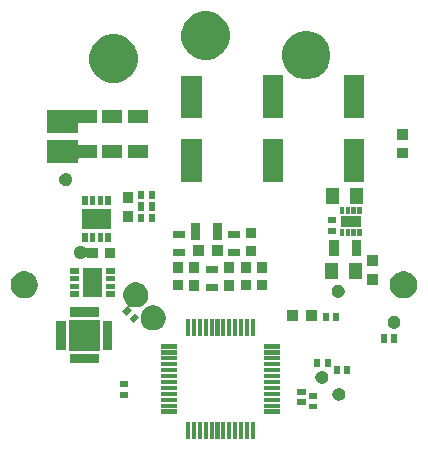
<source format=gts>
G04 #@! TF.GenerationSoftware,KiCad,Pcbnew,(5.1.5)-3*
G04 #@! TF.CreationDate,2020-04-05T02:52:48-02:30*
G04 #@! TF.ProjectId,Thruster_Controller,54687275-7374-4657-925f-436f6e74726f,rev?*
G04 #@! TF.SameCoordinates,Original*
G04 #@! TF.FileFunction,Soldermask,Top*
G04 #@! TF.FilePolarity,Negative*
%FSLAX46Y46*%
G04 Gerber Fmt 4.6, Leading zero omitted, Abs format (unit mm)*
G04 Created by KiCad (PCBNEW (5.1.5)-3) date 2020-04-05 02:52:48*
%MOMM*%
%LPD*%
G04 APERTURE LIST*
%ADD10C,0.100000*%
G04 APERTURE END LIST*
D10*
G36*
X97426000Y-117526000D02*
G01*
X97074000Y-117526000D01*
X97074000Y-116124000D01*
X97426000Y-116124000D01*
X97426000Y-117526000D01*
G37*
G36*
X102426000Y-117526000D02*
G01*
X102074000Y-117526000D01*
X102074000Y-116124000D01*
X102426000Y-116124000D01*
X102426000Y-117526000D01*
G37*
G36*
X102926000Y-117526000D02*
G01*
X102574000Y-117526000D01*
X102574000Y-116124000D01*
X102926000Y-116124000D01*
X102926000Y-117526000D01*
G37*
G36*
X101926000Y-117526000D02*
G01*
X101574000Y-117526000D01*
X101574000Y-116124000D01*
X101926000Y-116124000D01*
X101926000Y-117526000D01*
G37*
G36*
X101426000Y-117526000D02*
G01*
X101074000Y-117526000D01*
X101074000Y-116124000D01*
X101426000Y-116124000D01*
X101426000Y-117526000D01*
G37*
G36*
X100926000Y-117526000D02*
G01*
X100574000Y-117526000D01*
X100574000Y-116124000D01*
X100926000Y-116124000D01*
X100926000Y-117526000D01*
G37*
G36*
X100426000Y-117526000D02*
G01*
X100074000Y-117526000D01*
X100074000Y-116124000D01*
X100426000Y-116124000D01*
X100426000Y-117526000D01*
G37*
G36*
X99426000Y-117526000D02*
G01*
X99074000Y-117526000D01*
X99074000Y-116124000D01*
X99426000Y-116124000D01*
X99426000Y-117526000D01*
G37*
G36*
X99926000Y-117526000D02*
G01*
X99574000Y-117526000D01*
X99574000Y-116124000D01*
X99926000Y-116124000D01*
X99926000Y-117526000D01*
G37*
G36*
X97926000Y-117526000D02*
G01*
X97574000Y-117526000D01*
X97574000Y-116124000D01*
X97926000Y-116124000D01*
X97926000Y-117526000D01*
G37*
G36*
X98926000Y-117526000D02*
G01*
X98574000Y-117526000D01*
X98574000Y-116124000D01*
X98926000Y-116124000D01*
X98926000Y-117526000D01*
G37*
G36*
X98426000Y-117526000D02*
G01*
X98074000Y-117526000D01*
X98074000Y-116124000D01*
X98426000Y-116124000D01*
X98426000Y-117526000D01*
G37*
G36*
X96351000Y-115401000D02*
G01*
X94949000Y-115401000D01*
X94949000Y-115049000D01*
X96351000Y-115049000D01*
X96351000Y-115401000D01*
G37*
G36*
X105051000Y-115401000D02*
G01*
X103649000Y-115401000D01*
X103649000Y-115049000D01*
X105051000Y-115049000D01*
X105051000Y-115401000D01*
G37*
G36*
X108201000Y-115051000D02*
G01*
X107499000Y-115051000D01*
X107499000Y-114549000D01*
X108201000Y-114549000D01*
X108201000Y-115051000D01*
G37*
G36*
X96351000Y-114901000D02*
G01*
X94949000Y-114901000D01*
X94949000Y-114549000D01*
X96351000Y-114549000D01*
X96351000Y-114901000D01*
G37*
G36*
X105051000Y-114901000D02*
G01*
X103649000Y-114901000D01*
X103649000Y-114549000D01*
X105051000Y-114549000D01*
X105051000Y-114901000D01*
G37*
G36*
X107226000Y-114701000D02*
G01*
X106524000Y-114701000D01*
X106524000Y-114199000D01*
X107226000Y-114199000D01*
X107226000Y-114701000D01*
G37*
G36*
X96351000Y-114401000D02*
G01*
X94949000Y-114401000D01*
X94949000Y-114049000D01*
X96351000Y-114049000D01*
X96351000Y-114401000D01*
G37*
G36*
X105051000Y-114401000D02*
G01*
X103649000Y-114401000D01*
X103649000Y-114049000D01*
X105051000Y-114049000D01*
X105051000Y-114401000D01*
G37*
G36*
X110183694Y-113237191D02*
G01*
X110283114Y-113278372D01*
X110372590Y-113338158D01*
X110448683Y-113414251D01*
X110508469Y-113503727D01*
X110549650Y-113603147D01*
X110570644Y-113708691D01*
X110570644Y-113816303D01*
X110549650Y-113921847D01*
X110508469Y-114021267D01*
X110448683Y-114110743D01*
X110372590Y-114186836D01*
X110283114Y-114246622D01*
X110183694Y-114287803D01*
X110078150Y-114308797D01*
X109970538Y-114308797D01*
X109864994Y-114287803D01*
X109765574Y-114246622D01*
X109676098Y-114186836D01*
X109600005Y-114110743D01*
X109540219Y-114021267D01*
X109499038Y-113921847D01*
X109478044Y-113816303D01*
X109478044Y-113708691D01*
X109499038Y-113603147D01*
X109540219Y-113503727D01*
X109600005Y-113414251D01*
X109676098Y-113338158D01*
X109765574Y-113278372D01*
X109864994Y-113237191D01*
X109970538Y-113216197D01*
X110078150Y-113216197D01*
X110183694Y-113237191D01*
G37*
G36*
X108201000Y-114151000D02*
G01*
X107499000Y-114151000D01*
X107499000Y-113649000D01*
X108201000Y-113649000D01*
X108201000Y-114151000D01*
G37*
G36*
X92176000Y-114076000D02*
G01*
X91474000Y-114076000D01*
X91474000Y-113574000D01*
X92176000Y-113574000D01*
X92176000Y-114076000D01*
G37*
G36*
X96351000Y-113901000D02*
G01*
X94949000Y-113901000D01*
X94949000Y-113549000D01*
X96351000Y-113549000D01*
X96351000Y-113901000D01*
G37*
G36*
X105051000Y-113901000D02*
G01*
X103649000Y-113901000D01*
X103649000Y-113549000D01*
X105051000Y-113549000D01*
X105051000Y-113901000D01*
G37*
G36*
X107226000Y-113801000D02*
G01*
X106524000Y-113801000D01*
X106524000Y-113299000D01*
X107226000Y-113299000D01*
X107226000Y-113801000D01*
G37*
G36*
X96351000Y-113401000D02*
G01*
X94949000Y-113401000D01*
X94949000Y-113049000D01*
X96351000Y-113049000D01*
X96351000Y-113401000D01*
G37*
G36*
X105051000Y-113401000D02*
G01*
X103649000Y-113401000D01*
X103649000Y-113049000D01*
X105051000Y-113049000D01*
X105051000Y-113401000D01*
G37*
G36*
X92176000Y-113176000D02*
G01*
X91474000Y-113176000D01*
X91474000Y-112674000D01*
X92176000Y-112674000D01*
X92176000Y-113176000D01*
G37*
G36*
X96351000Y-112901000D02*
G01*
X94949000Y-112901000D01*
X94949000Y-112549000D01*
X96351000Y-112549000D01*
X96351000Y-112901000D01*
G37*
G36*
X105051000Y-112901000D02*
G01*
X103649000Y-112901000D01*
X103649000Y-112549000D01*
X105051000Y-112549000D01*
X105051000Y-112901000D01*
G37*
G36*
X108746853Y-111800350D02*
G01*
X108846273Y-111841531D01*
X108935749Y-111901317D01*
X109011842Y-111977410D01*
X109071628Y-112066886D01*
X109112809Y-112166306D01*
X109133803Y-112271850D01*
X109133803Y-112379462D01*
X109112809Y-112485006D01*
X109071628Y-112584426D01*
X109011842Y-112673902D01*
X108935749Y-112749995D01*
X108846273Y-112809781D01*
X108746853Y-112850962D01*
X108641309Y-112871956D01*
X108533697Y-112871956D01*
X108428153Y-112850962D01*
X108328733Y-112809781D01*
X108239257Y-112749995D01*
X108163164Y-112673902D01*
X108103378Y-112584426D01*
X108062197Y-112485006D01*
X108041203Y-112379462D01*
X108041203Y-112271850D01*
X108062197Y-112166306D01*
X108103378Y-112066886D01*
X108163164Y-111977410D01*
X108239257Y-111901317D01*
X108328733Y-111841531D01*
X108428153Y-111800350D01*
X108533697Y-111779356D01*
X108641309Y-111779356D01*
X108746853Y-111800350D01*
G37*
G36*
X105051000Y-112401000D02*
G01*
X103649000Y-112401000D01*
X103649000Y-112049000D01*
X105051000Y-112049000D01*
X105051000Y-112401000D01*
G37*
G36*
X96351000Y-112401000D02*
G01*
X94949000Y-112401000D01*
X94949000Y-112049000D01*
X96351000Y-112049000D01*
X96351000Y-112401000D01*
G37*
G36*
X111001000Y-112051000D02*
G01*
X110499000Y-112051000D01*
X110499000Y-111349000D01*
X111001000Y-111349000D01*
X111001000Y-112051000D01*
G37*
G36*
X110101000Y-112051000D02*
G01*
X109599000Y-112051000D01*
X109599000Y-111349000D01*
X110101000Y-111349000D01*
X110101000Y-112051000D01*
G37*
G36*
X96351000Y-111901000D02*
G01*
X94949000Y-111901000D01*
X94949000Y-111549000D01*
X96351000Y-111549000D01*
X96351000Y-111901000D01*
G37*
G36*
X105051000Y-111901000D02*
G01*
X103649000Y-111901000D01*
X103649000Y-111549000D01*
X105051000Y-111549000D01*
X105051000Y-111901000D01*
G37*
G36*
X109326000Y-111476000D02*
G01*
X108824000Y-111476000D01*
X108824000Y-110774000D01*
X109326000Y-110774000D01*
X109326000Y-111476000D01*
G37*
G36*
X108426000Y-111476000D02*
G01*
X107924000Y-111476000D01*
X107924000Y-110774000D01*
X108426000Y-110774000D01*
X108426000Y-111476000D01*
G37*
G36*
X105051000Y-111401000D02*
G01*
X103649000Y-111401000D01*
X103649000Y-111049000D01*
X105051000Y-111049000D01*
X105051000Y-111401000D01*
G37*
G36*
X96351000Y-111401000D02*
G01*
X94949000Y-111401000D01*
X94949000Y-111049000D01*
X96351000Y-111049000D01*
X96351000Y-111401000D01*
G37*
G36*
X89676000Y-111156000D02*
G01*
X87274000Y-111156000D01*
X87274000Y-110324000D01*
X89676000Y-110324000D01*
X89676000Y-111156000D01*
G37*
G36*
X96351000Y-110901000D02*
G01*
X94949000Y-110901000D01*
X94949000Y-110549000D01*
X96351000Y-110549000D01*
X96351000Y-110901000D01*
G37*
G36*
X105051000Y-110901000D02*
G01*
X103649000Y-110901000D01*
X103649000Y-110549000D01*
X105051000Y-110549000D01*
X105051000Y-110901000D01*
G37*
G36*
X96351000Y-110401000D02*
G01*
X94949000Y-110401000D01*
X94949000Y-110049000D01*
X96351000Y-110049000D01*
X96351000Y-110401000D01*
G37*
G36*
X105051000Y-110401000D02*
G01*
X103649000Y-110401000D01*
X103649000Y-110049000D01*
X105051000Y-110049000D01*
X105051000Y-110401000D01*
G37*
G36*
X89776000Y-110076000D02*
G01*
X87174000Y-110076000D01*
X87174000Y-107474000D01*
X89776000Y-107474000D01*
X89776000Y-110076000D01*
G37*
G36*
X86926000Y-109976000D02*
G01*
X86094000Y-109976000D01*
X86094000Y-107574000D01*
X86926000Y-107574000D01*
X86926000Y-109976000D01*
G37*
G36*
X90856000Y-109976000D02*
G01*
X90024000Y-109976000D01*
X90024000Y-107574000D01*
X90856000Y-107574000D01*
X90856000Y-109976000D01*
G37*
G36*
X96351000Y-109901000D02*
G01*
X94949000Y-109901000D01*
X94949000Y-109549000D01*
X96351000Y-109549000D01*
X96351000Y-109901000D01*
G37*
G36*
X105051000Y-109901000D02*
G01*
X103649000Y-109901000D01*
X103649000Y-109549000D01*
X105051000Y-109549000D01*
X105051000Y-109901000D01*
G37*
G36*
X114076000Y-109401000D02*
G01*
X113574000Y-109401000D01*
X113574000Y-108699000D01*
X114076000Y-108699000D01*
X114076000Y-109401000D01*
G37*
G36*
X114976000Y-109401000D02*
G01*
X114474000Y-109401000D01*
X114474000Y-108699000D01*
X114976000Y-108699000D01*
X114976000Y-109401000D01*
G37*
G36*
X102926000Y-108826000D02*
G01*
X102574000Y-108826000D01*
X102574000Y-107424000D01*
X102926000Y-107424000D01*
X102926000Y-108826000D01*
G37*
G36*
X102426000Y-108826000D02*
G01*
X102074000Y-108826000D01*
X102074000Y-107424000D01*
X102426000Y-107424000D01*
X102426000Y-108826000D01*
G37*
G36*
X98426000Y-108826000D02*
G01*
X98074000Y-108826000D01*
X98074000Y-107424000D01*
X98426000Y-107424000D01*
X98426000Y-108826000D01*
G37*
G36*
X97926000Y-108826000D02*
G01*
X97574000Y-108826000D01*
X97574000Y-107424000D01*
X97926000Y-107424000D01*
X97926000Y-108826000D01*
G37*
G36*
X97426000Y-108826000D02*
G01*
X97074000Y-108826000D01*
X97074000Y-107424000D01*
X97426000Y-107424000D01*
X97426000Y-108826000D01*
G37*
G36*
X99426000Y-108826000D02*
G01*
X99074000Y-108826000D01*
X99074000Y-107424000D01*
X99426000Y-107424000D01*
X99426000Y-108826000D01*
G37*
G36*
X99926000Y-108826000D02*
G01*
X99574000Y-108826000D01*
X99574000Y-107424000D01*
X99926000Y-107424000D01*
X99926000Y-108826000D01*
G37*
G36*
X98926000Y-108826000D02*
G01*
X98574000Y-108826000D01*
X98574000Y-107424000D01*
X98926000Y-107424000D01*
X98926000Y-108826000D01*
G37*
G36*
X100426000Y-108826000D02*
G01*
X100074000Y-108826000D01*
X100074000Y-107424000D01*
X100426000Y-107424000D01*
X100426000Y-108826000D01*
G37*
G36*
X100926000Y-108826000D02*
G01*
X100574000Y-108826000D01*
X100574000Y-107424000D01*
X100926000Y-107424000D01*
X100926000Y-108826000D01*
G37*
G36*
X101426000Y-108826000D02*
G01*
X101074000Y-108826000D01*
X101074000Y-107424000D01*
X101426000Y-107424000D01*
X101426000Y-108826000D01*
G37*
G36*
X101926000Y-108826000D02*
G01*
X101574000Y-108826000D01*
X101574000Y-107424000D01*
X101926000Y-107424000D01*
X101926000Y-108826000D01*
G37*
G36*
X94606563Y-106289389D02*
G01*
X94606566Y-106289390D01*
X94606565Y-106289390D01*
X94797835Y-106368616D01*
X94969973Y-106483635D01*
X95116365Y-106630027D01*
X95231384Y-106802165D01*
X95268810Y-106892520D01*
X95310611Y-106993437D01*
X95351000Y-107196484D01*
X95351000Y-107403516D01*
X95310611Y-107606563D01*
X95310610Y-107606565D01*
X95231384Y-107797835D01*
X95116365Y-107969973D01*
X94969973Y-108116365D01*
X94797835Y-108231384D01*
X94639381Y-108297017D01*
X94606563Y-108310611D01*
X94403516Y-108351000D01*
X94196484Y-108351000D01*
X93993437Y-108310611D01*
X93960619Y-108297017D01*
X93802165Y-108231384D01*
X93630027Y-108116365D01*
X93483635Y-107969973D01*
X93368616Y-107797835D01*
X93289390Y-107606565D01*
X93289389Y-107606563D01*
X93249000Y-107403516D01*
X93249000Y-107263072D01*
X93248039Y-107253318D01*
X93246270Y-107247487D01*
X93248039Y-107241656D01*
X93249000Y-107231902D01*
X93249000Y-107196484D01*
X93289389Y-106993437D01*
X93331190Y-106892520D01*
X93368616Y-106802165D01*
X93483635Y-106630027D01*
X93630027Y-106483635D01*
X93802165Y-106368616D01*
X93993435Y-106289390D01*
X93993434Y-106289390D01*
X93993437Y-106289389D01*
X94196484Y-106249000D01*
X94403516Y-106249000D01*
X94606563Y-106289389D01*
G37*
G36*
X114853427Y-107130617D02*
G01*
X114952847Y-107171798D01*
X115042323Y-107231584D01*
X115118416Y-107307677D01*
X115178202Y-107397153D01*
X115219383Y-107496573D01*
X115240377Y-107602117D01*
X115240377Y-107709729D01*
X115219383Y-107815273D01*
X115178202Y-107914693D01*
X115118416Y-108004169D01*
X115042323Y-108080262D01*
X114952847Y-108140048D01*
X114853427Y-108181229D01*
X114747883Y-108202223D01*
X114640271Y-108202223D01*
X114534727Y-108181229D01*
X114435307Y-108140048D01*
X114345831Y-108080262D01*
X114269738Y-108004169D01*
X114209952Y-107914693D01*
X114168771Y-107815273D01*
X114147777Y-107709729D01*
X114147777Y-107602117D01*
X114168771Y-107496573D01*
X114209952Y-107397153D01*
X114269738Y-107307677D01*
X114345831Y-107231584D01*
X114435307Y-107171798D01*
X114534727Y-107130617D01*
X114640271Y-107109623D01*
X114747883Y-107109623D01*
X114853427Y-107130617D01*
G37*
G36*
X93143876Y-107247487D02*
G01*
X92647487Y-107743876D01*
X92292520Y-107388909D01*
X92788909Y-106892520D01*
X93143876Y-107247487D01*
G37*
G36*
X110051000Y-107601000D02*
G01*
X109549000Y-107601000D01*
X109549000Y-106899000D01*
X110051000Y-106899000D01*
X110051000Y-107601000D01*
G37*
G36*
X109151000Y-107601000D02*
G01*
X108649000Y-107601000D01*
X108649000Y-106899000D01*
X109151000Y-106899000D01*
X109151000Y-107601000D01*
G37*
G36*
X106576000Y-107526000D02*
G01*
X105674000Y-107526000D01*
X105674000Y-106624000D01*
X106576000Y-106624000D01*
X106576000Y-107526000D01*
G37*
G36*
X108176000Y-107526000D02*
G01*
X107274000Y-107526000D01*
X107274000Y-106624000D01*
X108176000Y-106624000D01*
X108176000Y-107526000D01*
G37*
G36*
X89676000Y-107226000D02*
G01*
X87274000Y-107226000D01*
X87274000Y-106394000D01*
X89676000Y-106394000D01*
X89676000Y-107226000D01*
G37*
G36*
X93131563Y-104339389D02*
G01*
X93131566Y-104339390D01*
X93131565Y-104339390D01*
X93322835Y-104418616D01*
X93494973Y-104533635D01*
X93641365Y-104680027D01*
X93756384Y-104852165D01*
X93807678Y-104976000D01*
X93835611Y-105043437D01*
X93876000Y-105246484D01*
X93876000Y-105453516D01*
X93835611Y-105656563D01*
X93835610Y-105656565D01*
X93756384Y-105847835D01*
X93641365Y-106019973D01*
X93494973Y-106166365D01*
X93322835Y-106281384D01*
X93182481Y-106339520D01*
X93131563Y-106360611D01*
X92928516Y-106401000D01*
X92721484Y-106401000D01*
X92518437Y-106360611D01*
X92467519Y-106339520D01*
X92327165Y-106281384D01*
X92299036Y-106262589D01*
X92290397Y-106257972D01*
X92281018Y-106255127D01*
X92271264Y-106254166D01*
X92261509Y-106255127D01*
X92252130Y-106257972D01*
X92243486Y-106262593D01*
X92235909Y-106268811D01*
X92229691Y-106276387D01*
X92225071Y-106285032D01*
X92222226Y-106294411D01*
X92221265Y-106304165D01*
X92222226Y-106313920D01*
X92225071Y-106323299D01*
X92229692Y-106331943D01*
X92235909Y-106339520D01*
X92507480Y-106611091D01*
X92011091Y-107107480D01*
X91656124Y-106752513D01*
X92164246Y-106244391D01*
X92170464Y-106236814D01*
X92175084Y-106228170D01*
X92177929Y-106218790D01*
X92178890Y-106209036D01*
X92177929Y-106199282D01*
X92175084Y-106189902D01*
X92170464Y-106181258D01*
X92164246Y-106173681D01*
X92156672Y-106167466D01*
X92155032Y-106166370D01*
X92008635Y-106019973D01*
X91893616Y-105847835D01*
X91814390Y-105656565D01*
X91814389Y-105656563D01*
X91774000Y-105453516D01*
X91774000Y-105246484D01*
X91814389Y-105043437D01*
X91842322Y-104976000D01*
X91893616Y-104852165D01*
X92008635Y-104680027D01*
X92155027Y-104533635D01*
X92327165Y-104418616D01*
X92518435Y-104339390D01*
X92518434Y-104339390D01*
X92518437Y-104339389D01*
X92721484Y-104299000D01*
X92928516Y-104299000D01*
X93131563Y-104339389D01*
G37*
G36*
X115687487Y-103363744D02*
G01*
X115835734Y-103393232D01*
X116045203Y-103479997D01*
X116233720Y-103605960D01*
X116394040Y-103766280D01*
X116520003Y-103954797D01*
X116606768Y-104164266D01*
X116651000Y-104386636D01*
X116651000Y-104613364D01*
X116606768Y-104835734D01*
X116520003Y-105045203D01*
X116394040Y-105233720D01*
X116233720Y-105394040D01*
X116045203Y-105520003D01*
X115835734Y-105606768D01*
X115687487Y-105636256D01*
X115613365Y-105651000D01*
X115386635Y-105651000D01*
X115312513Y-105636256D01*
X115164266Y-105606768D01*
X114954797Y-105520003D01*
X114766280Y-105394040D01*
X114605960Y-105233720D01*
X114479997Y-105045203D01*
X114393232Y-104835734D01*
X114349000Y-104613364D01*
X114349000Y-104386636D01*
X114393232Y-104164266D01*
X114479997Y-103954797D01*
X114605960Y-103766280D01*
X114766280Y-103605960D01*
X114954797Y-103479997D01*
X115164266Y-103393232D01*
X115312513Y-103363744D01*
X115386635Y-103349000D01*
X115613365Y-103349000D01*
X115687487Y-103363744D01*
G37*
G36*
X83587487Y-103363744D02*
G01*
X83735734Y-103393232D01*
X83945203Y-103479997D01*
X84133720Y-103605960D01*
X84294040Y-103766280D01*
X84420003Y-103954797D01*
X84506768Y-104164266D01*
X84551000Y-104386636D01*
X84551000Y-104613364D01*
X84506768Y-104835734D01*
X84420003Y-105045203D01*
X84294040Y-105233720D01*
X84133720Y-105394040D01*
X83945203Y-105520003D01*
X83735734Y-105606768D01*
X83587487Y-105636256D01*
X83513365Y-105651000D01*
X83286635Y-105651000D01*
X83212513Y-105636256D01*
X83064266Y-105606768D01*
X82854797Y-105520003D01*
X82666280Y-105394040D01*
X82505960Y-105233720D01*
X82379997Y-105045203D01*
X82293232Y-104835734D01*
X82249000Y-104613364D01*
X82249000Y-104386636D01*
X82293232Y-104164266D01*
X82379997Y-103954797D01*
X82505960Y-103766280D01*
X82666280Y-103605960D01*
X82854797Y-103479997D01*
X83064266Y-103393232D01*
X83212513Y-103363744D01*
X83286635Y-103349000D01*
X83513365Y-103349000D01*
X83587487Y-103363744D01*
G37*
G36*
X110120719Y-104510174D02*
G01*
X110120722Y-104510175D01*
X110120721Y-104510175D01*
X110220996Y-104551710D01*
X110311242Y-104612010D01*
X110387990Y-104688758D01*
X110448290Y-104779004D01*
X110448290Y-104779005D01*
X110489826Y-104879281D01*
X110511000Y-104985730D01*
X110511000Y-105094270D01*
X110489826Y-105200719D01*
X110489825Y-105200721D01*
X110448290Y-105300996D01*
X110387990Y-105391242D01*
X110311242Y-105467990D01*
X110220996Y-105528290D01*
X110166169Y-105551000D01*
X110120719Y-105569826D01*
X110014270Y-105591000D01*
X109905730Y-105591000D01*
X109799281Y-105569826D01*
X109753831Y-105551000D01*
X109699004Y-105528290D01*
X109608758Y-105467990D01*
X109532010Y-105391242D01*
X109471710Y-105300996D01*
X109430175Y-105200721D01*
X109430174Y-105200719D01*
X109409000Y-105094270D01*
X109409000Y-104985730D01*
X109430174Y-104879281D01*
X109471710Y-104779005D01*
X109471710Y-104779004D01*
X109532010Y-104688758D01*
X109608758Y-104612010D01*
X109699004Y-104551710D01*
X109799279Y-104510175D01*
X109799278Y-104510175D01*
X109799281Y-104510174D01*
X109905730Y-104489000D01*
X110014270Y-104489000D01*
X110120719Y-104510174D01*
G37*
G36*
X90001000Y-105551000D02*
G01*
X88349000Y-105551000D01*
X88349000Y-103049000D01*
X90001000Y-103049000D01*
X90001000Y-105551000D01*
G37*
G36*
X88001000Y-105501000D02*
G01*
X87249000Y-105501000D01*
X87249000Y-105049000D01*
X88001000Y-105049000D01*
X88001000Y-105501000D01*
G37*
G36*
X91101000Y-105501000D02*
G01*
X90349000Y-105501000D01*
X90349000Y-105049000D01*
X91101000Y-105049000D01*
X91101000Y-105501000D01*
G37*
G36*
X99751000Y-104991000D02*
G01*
X98749000Y-104991000D01*
X98749000Y-104389000D01*
X99751000Y-104389000D01*
X99751000Y-104991000D01*
G37*
G36*
X101186000Y-104991000D02*
G01*
X100334000Y-104991000D01*
X100334000Y-104089000D01*
X101186000Y-104089000D01*
X101186000Y-104991000D01*
G37*
G36*
X98196000Y-104981000D02*
G01*
X97344000Y-104981000D01*
X97344000Y-104079000D01*
X98196000Y-104079000D01*
X98196000Y-104981000D01*
G37*
G36*
X103976000Y-104976000D02*
G01*
X103124000Y-104976000D01*
X103124000Y-104074000D01*
X103976000Y-104074000D01*
X103976000Y-104976000D01*
G37*
G36*
X102576000Y-104976000D02*
G01*
X101724000Y-104976000D01*
X101724000Y-104074000D01*
X102576000Y-104074000D01*
X102576000Y-104976000D01*
G37*
G36*
X96801000Y-104976000D02*
G01*
X95949000Y-104976000D01*
X95949000Y-104074000D01*
X96801000Y-104074000D01*
X96801000Y-104976000D01*
G37*
G36*
X88001000Y-104851000D02*
G01*
X87249000Y-104851000D01*
X87249000Y-104399000D01*
X88001000Y-104399000D01*
X88001000Y-104851000D01*
G37*
G36*
X91101000Y-104851000D02*
G01*
X90349000Y-104851000D01*
X90349000Y-104399000D01*
X91101000Y-104399000D01*
X91101000Y-104851000D01*
G37*
G36*
X113351000Y-104501000D02*
G01*
X112449000Y-104501000D01*
X112449000Y-103599000D01*
X113351000Y-103599000D01*
X113351000Y-104501000D01*
G37*
G36*
X91101000Y-104201000D02*
G01*
X90349000Y-104201000D01*
X90349000Y-103749000D01*
X91101000Y-103749000D01*
X91101000Y-104201000D01*
G37*
G36*
X88001000Y-104201000D02*
G01*
X87249000Y-104201000D01*
X87249000Y-103749000D01*
X88001000Y-103749000D01*
X88001000Y-104201000D01*
G37*
G36*
X109951000Y-104006000D02*
G01*
X108849000Y-104006000D01*
X108849000Y-102654000D01*
X109951000Y-102654000D01*
X109951000Y-104006000D01*
G37*
G36*
X111951000Y-104006000D02*
G01*
X110849000Y-104006000D01*
X110849000Y-102654000D01*
X111951000Y-102654000D01*
X111951000Y-104006000D01*
G37*
G36*
X91101000Y-103551000D02*
G01*
X90349000Y-103551000D01*
X90349000Y-103099000D01*
X91101000Y-103099000D01*
X91101000Y-103551000D01*
G37*
G36*
X88001000Y-103551000D02*
G01*
X87249000Y-103551000D01*
X87249000Y-103099000D01*
X88001000Y-103099000D01*
X88001000Y-103551000D01*
G37*
G36*
X99751000Y-103491000D02*
G01*
X98749000Y-103491000D01*
X98749000Y-102889000D01*
X99751000Y-102889000D01*
X99751000Y-103491000D01*
G37*
G36*
X101186000Y-103491000D02*
G01*
X100334000Y-103491000D01*
X100334000Y-102589000D01*
X101186000Y-102589000D01*
X101186000Y-103491000D01*
G37*
G36*
X98196000Y-103481000D02*
G01*
X97344000Y-103481000D01*
X97344000Y-102579000D01*
X98196000Y-102579000D01*
X98196000Y-103481000D01*
G37*
G36*
X103976000Y-103476000D02*
G01*
X103124000Y-103476000D01*
X103124000Y-102574000D01*
X103976000Y-102574000D01*
X103976000Y-103476000D01*
G37*
G36*
X102576000Y-103476000D02*
G01*
X101724000Y-103476000D01*
X101724000Y-102574000D01*
X102576000Y-102574000D01*
X102576000Y-103476000D01*
G37*
G36*
X96801000Y-103476000D02*
G01*
X95949000Y-103476000D01*
X95949000Y-102574000D01*
X96801000Y-102574000D01*
X96801000Y-103476000D01*
G37*
G36*
X113351000Y-102901000D02*
G01*
X112449000Y-102901000D01*
X112449000Y-101999000D01*
X113351000Y-101999000D01*
X113351000Y-102901000D01*
G37*
G36*
X88310719Y-101220174D02*
G01*
X88310722Y-101220175D01*
X88310721Y-101220175D01*
X88410996Y-101261710D01*
X88501242Y-101322010D01*
X88577990Y-101398758D01*
X88607428Y-101442816D01*
X88613646Y-101450393D01*
X88621223Y-101456611D01*
X88629867Y-101461231D01*
X88639247Y-101464076D01*
X88649001Y-101465037D01*
X88658755Y-101464076D01*
X88668135Y-101461231D01*
X88676779Y-101456611D01*
X88684356Y-101450393D01*
X88690574Y-101442816D01*
X88695194Y-101434172D01*
X88698039Y-101424792D01*
X88699000Y-101415038D01*
X88699000Y-101349000D01*
X89601000Y-101349000D01*
X89601000Y-102201000D01*
X88699000Y-102201000D01*
X88699000Y-102084962D01*
X88698039Y-102075208D01*
X88695194Y-102065828D01*
X88690574Y-102057184D01*
X88684356Y-102049607D01*
X88676779Y-102043389D01*
X88668135Y-102038769D01*
X88658755Y-102035924D01*
X88649001Y-102034963D01*
X88639247Y-102035924D01*
X88629867Y-102038769D01*
X88621223Y-102043389D01*
X88613646Y-102049607D01*
X88607430Y-102057181D01*
X88577990Y-102101242D01*
X88501242Y-102177990D01*
X88410996Y-102238290D01*
X88340090Y-102267660D01*
X88310719Y-102279826D01*
X88204270Y-102301000D01*
X88095730Y-102301000D01*
X87989281Y-102279826D01*
X87959910Y-102267660D01*
X87889004Y-102238290D01*
X87798758Y-102177990D01*
X87722010Y-102101242D01*
X87661710Y-102010996D01*
X87620175Y-101910721D01*
X87620174Y-101910719D01*
X87599000Y-101804270D01*
X87599000Y-101695730D01*
X87620174Y-101589281D01*
X87661710Y-101489005D01*
X87661710Y-101489004D01*
X87722010Y-101398758D01*
X87798758Y-101322010D01*
X87889004Y-101261710D01*
X87989279Y-101220175D01*
X87989278Y-101220175D01*
X87989281Y-101220174D01*
X88095730Y-101199000D01*
X88204270Y-101199000D01*
X88310719Y-101220174D01*
G37*
G36*
X91101000Y-102201000D02*
G01*
X90199000Y-102201000D01*
X90199000Y-101349000D01*
X91101000Y-101349000D01*
X91101000Y-102201000D01*
G37*
G36*
X110001000Y-102076000D02*
G01*
X109199000Y-102076000D01*
X109199000Y-100674000D01*
X110001000Y-100674000D01*
X110001000Y-102076000D01*
G37*
G36*
X101676000Y-102076000D02*
G01*
X100674000Y-102076000D01*
X100674000Y-101474000D01*
X101676000Y-101474000D01*
X101676000Y-102076000D01*
G37*
G36*
X111901000Y-102076000D02*
G01*
X111099000Y-102076000D01*
X111099000Y-100674000D01*
X111901000Y-100674000D01*
X111901000Y-102076000D01*
G37*
G36*
X103026000Y-102076000D02*
G01*
X102174000Y-102076000D01*
X102174000Y-101174000D01*
X103026000Y-101174000D01*
X103026000Y-102076000D01*
G37*
G36*
X96991000Y-102066000D02*
G01*
X95989000Y-102066000D01*
X95989000Y-101464000D01*
X96991000Y-101464000D01*
X96991000Y-102066000D01*
G37*
G36*
X98586000Y-102066000D02*
G01*
X97684000Y-102066000D01*
X97684000Y-101164000D01*
X98586000Y-101164000D01*
X98586000Y-102066000D01*
G37*
G36*
X100186000Y-102066000D02*
G01*
X99284000Y-102066000D01*
X99284000Y-101164000D01*
X100186000Y-101164000D01*
X100186000Y-102066000D01*
G37*
G36*
X90701000Y-100851000D02*
G01*
X90249000Y-100851000D01*
X90249000Y-100099000D01*
X90701000Y-100099000D01*
X90701000Y-100851000D01*
G37*
G36*
X88751000Y-100851000D02*
G01*
X88299000Y-100851000D01*
X88299000Y-100099000D01*
X88751000Y-100099000D01*
X88751000Y-100851000D01*
G37*
G36*
X90051000Y-100851000D02*
G01*
X89599000Y-100851000D01*
X89599000Y-100099000D01*
X90051000Y-100099000D01*
X90051000Y-100851000D01*
G37*
G36*
X89401000Y-100851000D02*
G01*
X88949000Y-100851000D01*
X88949000Y-100099000D01*
X89401000Y-100099000D01*
X89401000Y-100851000D01*
G37*
G36*
X98271000Y-100681000D02*
G01*
X97469000Y-100681000D01*
X97469000Y-99279000D01*
X98271000Y-99279000D01*
X98271000Y-100681000D01*
G37*
G36*
X100171000Y-100681000D02*
G01*
X99369000Y-100681000D01*
X99369000Y-99279000D01*
X100171000Y-99279000D01*
X100171000Y-100681000D01*
G37*
G36*
X103026000Y-100576000D02*
G01*
X102174000Y-100576000D01*
X102174000Y-99674000D01*
X103026000Y-99674000D01*
X103026000Y-100576000D01*
G37*
G36*
X101676000Y-100576000D02*
G01*
X100674000Y-100576000D01*
X100674000Y-99974000D01*
X101676000Y-99974000D01*
X101676000Y-100576000D01*
G37*
G36*
X96991000Y-100566000D02*
G01*
X95989000Y-100566000D01*
X95989000Y-99964000D01*
X96991000Y-99964000D01*
X96991000Y-100566000D01*
G37*
G36*
X110945999Y-100386001D02*
G01*
X110593999Y-100386001D01*
X110593999Y-99784001D01*
X110945999Y-99784001D01*
X110945999Y-100386001D01*
G37*
G36*
X110445999Y-100386001D02*
G01*
X110093999Y-100386001D01*
X110093999Y-99784001D01*
X110445999Y-99784001D01*
X110445999Y-100386001D01*
G37*
G36*
X111445999Y-100386001D02*
G01*
X111093999Y-100386001D01*
X111093999Y-99784001D01*
X111445999Y-99784001D01*
X111445999Y-100386001D01*
G37*
G36*
X111945999Y-100386001D02*
G01*
X111593999Y-100386001D01*
X111593999Y-99784001D01*
X111945999Y-99784001D01*
X111945999Y-100386001D01*
G37*
G36*
X109801000Y-100176000D02*
G01*
X109099000Y-100176000D01*
X109099000Y-99674000D01*
X109801000Y-99674000D01*
X109801000Y-100176000D01*
G37*
G36*
X90751000Y-99751000D02*
G01*
X88249000Y-99751000D01*
X88249000Y-98099000D01*
X90751000Y-98099000D01*
X90751000Y-99751000D01*
G37*
G36*
X111822495Y-98635394D02*
G01*
X111833742Y-98638806D01*
X111844109Y-98644348D01*
X111853195Y-98651805D01*
X111860652Y-98660891D01*
X111866194Y-98671258D01*
X111869606Y-98682505D01*
X111870999Y-98696654D01*
X111870999Y-99573348D01*
X111869606Y-99587497D01*
X111866194Y-99598744D01*
X111860652Y-99609111D01*
X111853195Y-99618197D01*
X111844109Y-99625654D01*
X111833742Y-99631196D01*
X111822495Y-99634608D01*
X111808346Y-99636001D01*
X110231652Y-99636001D01*
X110217503Y-99634608D01*
X110206256Y-99631196D01*
X110195889Y-99625654D01*
X110186803Y-99618197D01*
X110179346Y-99609111D01*
X110173804Y-99598744D01*
X110170392Y-99587497D01*
X110168999Y-99573348D01*
X110168999Y-98696654D01*
X110170392Y-98682505D01*
X110173804Y-98671258D01*
X110179346Y-98660891D01*
X110186803Y-98651805D01*
X110195889Y-98644348D01*
X110206256Y-98638806D01*
X110217503Y-98635394D01*
X110231652Y-98634001D01*
X111808346Y-98634001D01*
X111822495Y-98635394D01*
G37*
G36*
X109801000Y-99276000D02*
G01*
X109099000Y-99276000D01*
X109099000Y-98774000D01*
X109801000Y-98774000D01*
X109801000Y-99276000D01*
G37*
G36*
X94451000Y-99201000D02*
G01*
X93949000Y-99201000D01*
X93949000Y-98499000D01*
X94451000Y-98499000D01*
X94451000Y-99201000D01*
G37*
G36*
X93551000Y-99201000D02*
G01*
X93049000Y-99201000D01*
X93049000Y-98499000D01*
X93551000Y-98499000D01*
X93551000Y-99201000D01*
G37*
G36*
X92626000Y-99151000D02*
G01*
X91724000Y-99151000D01*
X91724000Y-98249000D01*
X92626000Y-98249000D01*
X92626000Y-99151000D01*
G37*
G36*
X110445999Y-98486001D02*
G01*
X110093999Y-98486001D01*
X110093999Y-97884001D01*
X110445999Y-97884001D01*
X110445999Y-98486001D01*
G37*
G36*
X110945999Y-98486001D02*
G01*
X110593999Y-98486001D01*
X110593999Y-97884001D01*
X110945999Y-97884001D01*
X110945999Y-98486001D01*
G37*
G36*
X111445999Y-98486001D02*
G01*
X111093999Y-98486001D01*
X111093999Y-97884001D01*
X111445999Y-97884001D01*
X111445999Y-98486001D01*
G37*
G36*
X111945999Y-98486001D02*
G01*
X111593999Y-98486001D01*
X111593999Y-97884001D01*
X111945999Y-97884001D01*
X111945999Y-98486001D01*
G37*
G36*
X93526000Y-98226000D02*
G01*
X93024000Y-98226000D01*
X93024000Y-97524000D01*
X93526000Y-97524000D01*
X93526000Y-98226000D01*
G37*
G36*
X94426000Y-98226000D02*
G01*
X93924000Y-98226000D01*
X93924000Y-97524000D01*
X94426000Y-97524000D01*
X94426000Y-98226000D01*
G37*
G36*
X90051000Y-97751000D02*
G01*
X89599000Y-97751000D01*
X89599000Y-96999000D01*
X90051000Y-96999000D01*
X90051000Y-97751000D01*
G37*
G36*
X90701000Y-97751000D02*
G01*
X90249000Y-97751000D01*
X90249000Y-96999000D01*
X90701000Y-96999000D01*
X90701000Y-97751000D01*
G37*
G36*
X89401000Y-97751000D02*
G01*
X88949000Y-97751000D01*
X88949000Y-96999000D01*
X89401000Y-96999000D01*
X89401000Y-97751000D01*
G37*
G36*
X88751000Y-97751000D02*
G01*
X88299000Y-97751000D01*
X88299000Y-96999000D01*
X88751000Y-96999000D01*
X88751000Y-97751000D01*
G37*
G36*
X110051000Y-97651000D02*
G01*
X108949000Y-97651000D01*
X108949000Y-96299000D01*
X110051000Y-96299000D01*
X110051000Y-97651000D01*
G37*
G36*
X112051000Y-97651000D02*
G01*
X110949000Y-97651000D01*
X110949000Y-96299000D01*
X112051000Y-96299000D01*
X112051000Y-97651000D01*
G37*
G36*
X92626000Y-97551000D02*
G01*
X91724000Y-97551000D01*
X91724000Y-96649000D01*
X92626000Y-96649000D01*
X92626000Y-97551000D01*
G37*
G36*
X94426000Y-97251000D02*
G01*
X93924000Y-97251000D01*
X93924000Y-96549000D01*
X94426000Y-96549000D01*
X94426000Y-97251000D01*
G37*
G36*
X93526000Y-97251000D02*
G01*
X93024000Y-97251000D01*
X93024000Y-96549000D01*
X93526000Y-96549000D01*
X93526000Y-97251000D01*
G37*
G36*
X87060719Y-95045174D02*
G01*
X87060722Y-95045175D01*
X87060721Y-95045175D01*
X87160996Y-95086710D01*
X87251242Y-95147010D01*
X87327990Y-95223758D01*
X87388290Y-95314004D01*
X87388290Y-95314005D01*
X87429826Y-95414281D01*
X87451000Y-95520730D01*
X87451000Y-95629270D01*
X87429826Y-95735719D01*
X87429825Y-95735721D01*
X87388290Y-95835996D01*
X87327990Y-95926242D01*
X87251242Y-96002990D01*
X87160996Y-96063290D01*
X87090090Y-96092660D01*
X87060719Y-96104826D01*
X86954270Y-96126000D01*
X86845730Y-96126000D01*
X86739281Y-96104826D01*
X86709910Y-96092660D01*
X86639004Y-96063290D01*
X86548758Y-96002990D01*
X86472010Y-95926242D01*
X86411710Y-95835996D01*
X86370175Y-95735721D01*
X86370174Y-95735719D01*
X86349000Y-95629270D01*
X86349000Y-95520730D01*
X86370174Y-95414281D01*
X86411710Y-95314005D01*
X86411710Y-95314004D01*
X86472010Y-95223758D01*
X86548758Y-95147010D01*
X86639004Y-95086710D01*
X86739279Y-95045175D01*
X86739278Y-95045175D01*
X86739281Y-95045174D01*
X86845730Y-95024000D01*
X86954270Y-95024000D01*
X87060719Y-95045174D01*
G37*
G36*
X98401000Y-95786000D02*
G01*
X96699000Y-95786000D01*
X96699000Y-92184000D01*
X98401000Y-92184000D01*
X98401000Y-95786000D01*
G37*
G36*
X112151000Y-95776000D02*
G01*
X110449000Y-95776000D01*
X110449000Y-92174000D01*
X112151000Y-92174000D01*
X112151000Y-95776000D01*
G37*
G36*
X105276000Y-95776000D02*
G01*
X103574000Y-95776000D01*
X103574000Y-92174000D01*
X105276000Y-92174000D01*
X105276000Y-95776000D01*
G37*
G36*
X87951000Y-92649001D02*
G01*
X87951961Y-92658755D01*
X87954806Y-92668135D01*
X87959426Y-92676779D01*
X87965644Y-92684356D01*
X87973221Y-92690574D01*
X87981865Y-92695194D01*
X87991245Y-92698039D01*
X88000999Y-92699000D01*
X89526000Y-92699000D01*
X89526000Y-93801000D01*
X88000999Y-93801000D01*
X87991245Y-93801961D01*
X87981865Y-93804806D01*
X87973221Y-93809426D01*
X87965644Y-93815644D01*
X87959426Y-93823221D01*
X87954806Y-93831865D01*
X87951961Y-93841245D01*
X87951000Y-93850999D01*
X87951000Y-94176000D01*
X85349000Y-94176000D01*
X85349000Y-92224000D01*
X87951000Y-92224000D01*
X87951000Y-92649001D01*
G37*
G36*
X91701000Y-93801000D02*
G01*
X89999000Y-93801000D01*
X89999000Y-92699000D01*
X91701000Y-92699000D01*
X91701000Y-93801000D01*
G37*
G36*
X93876000Y-93801000D02*
G01*
X92174000Y-93801000D01*
X92174000Y-92699000D01*
X93876000Y-92699000D01*
X93876000Y-93801000D01*
G37*
G36*
X115881000Y-93801000D02*
G01*
X114979000Y-93801000D01*
X114979000Y-92899000D01*
X115881000Y-92899000D01*
X115881000Y-93801000D01*
G37*
G36*
X115881000Y-92201000D02*
G01*
X114979000Y-92201000D01*
X114979000Y-91299000D01*
X115881000Y-91299000D01*
X115881000Y-92201000D01*
G37*
G36*
X87959426Y-89676779D02*
G01*
X87965644Y-89684356D01*
X87973221Y-89690574D01*
X87981865Y-89695194D01*
X87991245Y-89698039D01*
X88000999Y-89699000D01*
X89526000Y-89699000D01*
X89526000Y-90801000D01*
X88000999Y-90801000D01*
X87991245Y-90801961D01*
X87981865Y-90804806D01*
X87973221Y-90809426D01*
X87965644Y-90815644D01*
X87959426Y-90823221D01*
X87954806Y-90831865D01*
X87951961Y-90841245D01*
X87951000Y-90850999D01*
X87951000Y-91626000D01*
X85349000Y-91626000D01*
X85349000Y-89674000D01*
X87957941Y-89674000D01*
X87959426Y-89676779D01*
G37*
G36*
X93876000Y-90801000D02*
G01*
X92174000Y-90801000D01*
X92174000Y-89699000D01*
X93876000Y-89699000D01*
X93876000Y-90801000D01*
G37*
G36*
X91701000Y-90801000D02*
G01*
X89999000Y-90801000D01*
X89999000Y-89699000D01*
X91701000Y-89699000D01*
X91701000Y-90801000D01*
G37*
G36*
X98401000Y-90386000D02*
G01*
X96699000Y-90386000D01*
X96699000Y-86784000D01*
X98401000Y-86784000D01*
X98401000Y-90386000D01*
G37*
G36*
X112151000Y-90376000D02*
G01*
X110449000Y-90376000D01*
X110449000Y-86774000D01*
X112151000Y-86774000D01*
X112151000Y-90376000D01*
G37*
G36*
X105276000Y-90376000D02*
G01*
X103574000Y-90376000D01*
X103574000Y-86774000D01*
X105276000Y-86774000D01*
X105276000Y-90376000D01*
G37*
G36*
X91548253Y-83377818D02*
G01*
X91548256Y-83377819D01*
X91548255Y-83377819D01*
X91921513Y-83532427D01*
X92190616Y-83712236D01*
X92257435Y-83756883D01*
X92543117Y-84042565D01*
X92587764Y-84109384D01*
X92767573Y-84378487D01*
X92797917Y-84451745D01*
X92922182Y-84751747D01*
X93001000Y-85147993D01*
X93001000Y-85552007D01*
X92922182Y-85948253D01*
X92922181Y-85948255D01*
X92767573Y-86321513D01*
X92587764Y-86590616D01*
X92552685Y-86643116D01*
X92543116Y-86657436D01*
X92257436Y-86943116D01*
X91921513Y-87167573D01*
X91612295Y-87295655D01*
X91548253Y-87322182D01*
X91152007Y-87401000D01*
X90747993Y-87401000D01*
X90351747Y-87322182D01*
X90287705Y-87295655D01*
X89978487Y-87167573D01*
X89642564Y-86943116D01*
X89356884Y-86657436D01*
X89347316Y-86643116D01*
X89312236Y-86590616D01*
X89132427Y-86321513D01*
X88977819Y-85948255D01*
X88977818Y-85948253D01*
X88899000Y-85552007D01*
X88899000Y-85147993D01*
X88977818Y-84751747D01*
X89102083Y-84451745D01*
X89132427Y-84378487D01*
X89312236Y-84109384D01*
X89356883Y-84042565D01*
X89642565Y-83756883D01*
X89709384Y-83712236D01*
X89978487Y-83532427D01*
X90351745Y-83377819D01*
X90351744Y-83377819D01*
X90351747Y-83377818D01*
X90747993Y-83299000D01*
X91152007Y-83299000D01*
X91548253Y-83377818D01*
G37*
G36*
X107848253Y-83077818D02*
G01*
X107848256Y-83077819D01*
X107848255Y-83077819D01*
X108221513Y-83232427D01*
X108439107Y-83377819D01*
X108557435Y-83456883D01*
X108843117Y-83742565D01*
X108887764Y-83809384D01*
X109067573Y-84078487D01*
X109188947Y-84371511D01*
X109222182Y-84451747D01*
X109301000Y-84847993D01*
X109301000Y-85252007D01*
X109222182Y-85648253D01*
X109222181Y-85648255D01*
X109067573Y-86021513D01*
X108887764Y-86290616D01*
X108867121Y-86321511D01*
X108843116Y-86357436D01*
X108557436Y-86643116D01*
X108221513Y-86867573D01*
X107912295Y-86995655D01*
X107848253Y-87022182D01*
X107452007Y-87101000D01*
X107047993Y-87101000D01*
X106651747Y-87022182D01*
X106587705Y-86995655D01*
X106278487Y-86867573D01*
X105942564Y-86643116D01*
X105656884Y-86357436D01*
X105632880Y-86321511D01*
X105612236Y-86290616D01*
X105432427Y-86021513D01*
X105277819Y-85648255D01*
X105277818Y-85648253D01*
X105199000Y-85252007D01*
X105199000Y-84847993D01*
X105277818Y-84451747D01*
X105311053Y-84371511D01*
X105432427Y-84078487D01*
X105612236Y-83809384D01*
X105656883Y-83742565D01*
X105942565Y-83456883D01*
X106060893Y-83377819D01*
X106278487Y-83232427D01*
X106651745Y-83077819D01*
X106651744Y-83077819D01*
X106651747Y-83077818D01*
X107047993Y-82999000D01*
X107452007Y-82999000D01*
X107848253Y-83077818D01*
G37*
G36*
X99348253Y-81427818D02*
G01*
X99348256Y-81427819D01*
X99348255Y-81427819D01*
X99721513Y-81582427D01*
X100057436Y-81806884D01*
X100343116Y-82092564D01*
X100567573Y-82428487D01*
X100695655Y-82737705D01*
X100722182Y-82801747D01*
X100801000Y-83197993D01*
X100801000Y-83602007D01*
X100722182Y-83998253D01*
X100722181Y-83998255D01*
X100567573Y-84371513D01*
X100343116Y-84707436D01*
X100057436Y-84993116D01*
X99721513Y-85217573D01*
X99412295Y-85345655D01*
X99348253Y-85372182D01*
X98952007Y-85451000D01*
X98547993Y-85451000D01*
X98151747Y-85372182D01*
X98087705Y-85345655D01*
X97778487Y-85217573D01*
X97442564Y-84993116D01*
X97156884Y-84707436D01*
X96932427Y-84371513D01*
X96777819Y-83998255D01*
X96777818Y-83998253D01*
X96699000Y-83602007D01*
X96699000Y-83197993D01*
X96777818Y-82801747D01*
X96804345Y-82737705D01*
X96932427Y-82428487D01*
X97156884Y-82092564D01*
X97442564Y-81806884D01*
X97778487Y-81582427D01*
X98151745Y-81427819D01*
X98151744Y-81427819D01*
X98151747Y-81427818D01*
X98547993Y-81349000D01*
X98952007Y-81349000D01*
X99348253Y-81427818D01*
G37*
M02*

</source>
